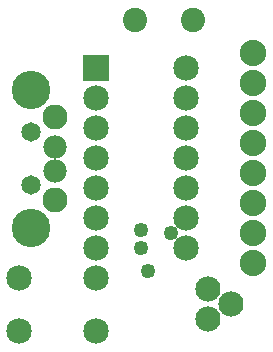
<source format=gbs>
G04 MADE WITH FRITZING*
G04 WWW.FRITZING.ORG*
G04 DOUBLE SIDED*
G04 HOLES PLATED*
G04 CONTOUR ON CENTER OF CONTOUR VECTOR*
%ASAXBY*%
%FSLAX23Y23*%
%MOIN*%
%OFA0B0*%
%SFA1.0B1.0*%
%ADD10C,0.085000*%
%ADD11C,0.049370*%
%ADD12C,0.083701*%
%ADD13C,0.077716*%
%ADD14C,0.128425*%
%ADD15C,0.065000*%
%ADD16C,0.084000*%
%ADD17C,0.088000*%
%ADD18C,0.080925*%
%ADD19C,0.080866*%
%ADD20R,0.085000X0.085000*%
%LNMASK0*%
G90*
G70*
G54D10*
X301Y48D03*
X45Y48D03*
X301Y225D03*
X45Y225D03*
G54D11*
X450Y323D03*
X550Y373D03*
X475Y248D03*
G54D12*
X165Y760D03*
G54D13*
X165Y661D03*
X165Y582D03*
G54D12*
X165Y484D03*
G54D14*
X83Y852D03*
X83Y392D03*
G54D15*
X83Y711D03*
X83Y533D03*
G54D16*
X675Y86D03*
X750Y136D03*
X675Y186D03*
G54D11*
X450Y383D03*
G54D17*
X825Y273D03*
X825Y373D03*
X825Y473D03*
X825Y573D03*
X825Y673D03*
X825Y773D03*
X825Y873D03*
X825Y973D03*
G54D10*
X300Y923D03*
X600Y923D03*
X300Y823D03*
X600Y823D03*
X300Y723D03*
X600Y723D03*
X300Y623D03*
X600Y623D03*
X300Y523D03*
X600Y523D03*
X300Y423D03*
X600Y423D03*
X300Y323D03*
X600Y323D03*
G54D18*
X432Y1084D03*
G54D19*
X625Y1084D03*
G54D20*
X300Y923D03*
G04 End of Mask0*
M02*
</source>
